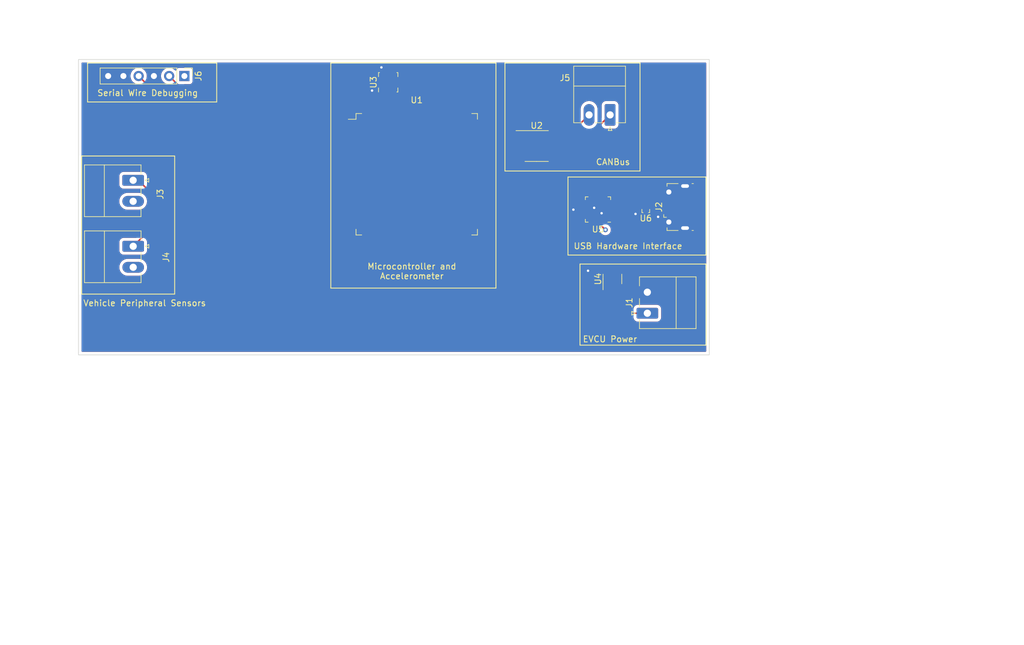
<source format=kicad_pcb>
(kicad_pcb (version 20211014) (generator pcbnew)
  (layers (0 "F.Cu" signal) (1 "In1.Cu" signal) (2 "In2.Cu" signal) (31 "B.Cu" signal) (34 "B.Paste" user) (35 "F.Paste" user) (36 "B.SilkS" user "B.Silkscreen") (37 "F.SilkS" user "F.Silkscreen") (38 "B.Mask" user) (39 "F.Mask" user) (44 "Edge.Cuts" user))
  (net 0 "")
  (net 1 "+12V")
  (net 2 "GND")
  (net 3 "+3V3")
  (net 5 "/TIRE")
  (net 7 "/BMS")
  (net 9 "/CANH")
  (net 10 "/CANL")
  (net 11 "/SWDIO")
  (net 12 "/SWCLK")
  (net 107 "Net-(U1-Pad100)")
  (net 108 "Net-(U1-Pad101)")
  (net 143 "Net-(U1-Pad136)")
  (net 144 "Net-(U1-Pad137)")
  (net 166 "Net-(U5-Pad4)")
  (net 183 "Net-(J2-Pad3)")
  (net 185 "Net-(U1-Pad76)")
  (footprint "Package_LGA:LGA-16_3x3mm_P0.5mm_LayoutBorder3x5y" (layer "F.Cu") (at 121.06 44.225 90)
    (fp_text reference "U3" (at 0 -2.45 90) (layer "F.SilkS"))
    (fp_text value "ICM-20602")
    (fp_line (start -0.935 1.61) (end -1.61 1.61) (layer "F.SilkS") (width 0.12))
    (fp_line (start 1.61 1.61) (end 1.61 1.435) (layer "F.SilkS") (width 0.12))
    (fp_line (start 0.935 1.61) (end 1.61 1.61) (layer "F.SilkS") (width 0.12))
    (fp_line (start -1.61 1.61) (end -1.61 1.435) (layer "F.SilkS") (width 0.12))
    (fp_line (start 1.61 -1.61) (end 1.61 -1.435) (layer "F.SilkS") (width 0.12))
    (fp_line (start -0.935 -1.61) (end -1.61 -1.61) (layer "F.SilkS") (width 0.12))
    (fp_line (start 0.935 -1.61) (end 1.61 -1.61) (layer "F.SilkS") (width 0.12))
    (pad "1" smd roundrect (at -1.225 -1 90) (size 0.55 0.35) (layers "F.Cu" "F.Paste" "F.Mask") (net 3 "+3V3"))
    (pad "2" smd roundrect (at -1.225 -0.5 90) (size 0.55 0.35) (layers "F.Cu" "F.Paste" "F.Mask") (net 144 "Net-(U1-Pad137)"))
    (pad "3" smd roundrect (at -1.225 0 90) (size 0.55 0.35) (layers "F.Cu" "F.Paste" "F.Mask") (net 143 "Net-(U1-Pad136)"))
    (pad "4" smd roundrect (at -1.225 0.5 90) (size 0.55 0.35) (layers "F.Cu" "F.Paste" "F.Mask"))
    (pad "5" smd roundrect (at -1.225 1 90) (size 0.55 0.35) (layers "F.Cu" "F.Paste" "F.Mask"))
    (pad "6" smd roundrect (at -0.5 1.225 90) (size 0.35 0.55) (layers "F.Cu" "F.Paste" "F.Mask"))
    (pad "7" smd roundrect (at 0 1.225 90) (size 0.35 0.55) (layers "F.Cu" "F.Paste" "F.Mask"))
    (pad "8" smd roundrect (at 0.5 1.225 90) (size 0.35 0.55) (layers "F.Cu" "F.Paste" "F.Mask"))
    (pad "9" smd roundrect (at 1.225 1 90) (size 0.55 0.35) (layers "F.Cu" "F.Paste" "F.Mask") (net 2 "GND"))
    (pad "10" smd roundrect (at 1.225 0.5 90) (size 0.55 0.35) (layers "F.Cu" "F.Paste" "F.Mask") (net 2 "GND"))
    (pad "11" smd roundrect (at 1.225 0 90) (size 0.55 0.35) (layers "F.Cu" "F.Paste" "F.Mask") (net 2 "GND"))
    (pad "12" smd roundrect (at 1.225 -0.5 90) (size 0.55 0.35) (layers "F.Cu" "F.Paste" "F.Mask") (net 2 "GND"))
    (pad "13" smd roundrect (at 1.225 -1 90) (size 0.55 0.35) (layers "F.Cu" "F.Paste" "F.Mask") (net 2 "GND"))
    (pad "14" smd roundrect (at 0.5 -1.225 90) (size 0.35 0.55) (layers "F.Cu" "F.Paste" "F.Mask"))
    (pad "15" smd roundrect (at 0 -1.225 90) (size 0.35 0.55) (layers "F.Cu" "F.Paste" "F.Mask") (net 2 "GND"))
    (pad "16" smd roundrect (at -0.5 -1.225 90) (size 0.35 0.55) (layers "F.Cu" "F.Paste" "F.Mask") (net 3 "+3V3"))
  )
  (footprint "Package_TO_SOT_SMD:Texas_DRT-3" (layer "F.Cu") (at 163.96 65.38 180)
    (fp_text reference "U6" (at 0 -1.5) (layer "F.SilkS"))
    (fp_text value "TPD2EUSB30A")
    (fp_line (start -0.65 0) (end -0.65 -0.55) (layer "F.SilkS") (width 0.12))
    (fp_line (start -0.65 -0.55) (end -0.45 -0.55) (layer "F.SilkS") (width 0.12))
    (fp_line (start 0.65 0) (end 0.65 -0.55) (layer "F.SilkS") (width 0.12))
    (fp_line (start 0.65 -0.55) (end 0.45 -0.55) (layer "F.SilkS") (width 0.12))
    (pad "1" smd rect (at -0.35 0.425 180) (size 0.3 0.3) (layers "F.Cu" "F.Paste" "F.Mask") (net 183 "Net-(J2-Pad3)"))
    (pad "2" smd rect (at 0.35 0.425 180) (size 0.3 0.3) (layers "F.Cu" "F.Paste" "F.Mask") (net 166 "Net-(U5-Pad4)"))
    (pad "3" smd rect (at 0 -0.425 180) (size 0.3 0.3) (layers "F.Cu" "F.Paste" "F.Mask") (net 2 "GND"))
  )
  (footprint "Connector_Phoenix_MC:PhoenixContact_MC_1,5_2-G-3.5_1x02_P3.50mm_Horizontal" (layer "F.Cu") (at 78.5825 60.545 -90)
    (fp_text reference "J3" (at 2.315 -4.5175 90) (layer "F.SilkS"))
    (fp_text value "Tire Sensor")
    (fp_line (start 6.06 -1.31) (end 4.55 -1.31) (layer "F.SilkS") (width 0.12))
    (fp_line (start -2.56 4.8) (end 6.06 4.8) (layer "F.SilkS") (width 0.12))
    (fp_line (start 6.06 8.11) (end 6.06 -1.31) (layer "F.SilkS") (width 0.12))
    (fp_line (start -2.56 -1.31) (end -2.56 8.11) (layer "F.SilkS") (width 0.12))
    (fp_line (start 0.3 -2.6) (end 0 -2) (layer "F.SilkS") (width 0.12))
    (fp_line (start -2.56 -1.31) (end -1.05 -1.31) (layer "F.SilkS") (width 0.12))
    (fp_line (start -0.3 -2.6) (end 0.3 -2.6) (layer "F.SilkS") (width 0.12))
    (fp_line (start 1.05 -1.31) (end 2.45 -1.31) (layer "F.SilkS") (width 0.12))
    (fp_line (start -2.56 8.11) (end 6.06 8.11) (layer "F.SilkS") (width 0.12))
    (fp_line (start 0 -2) (end -0.3 -2.6) (layer "F.SilkS") (width 0.12))
    (pad "1" thru_hole roundrect (at 0 0 270) (size 1.8 3.6) (drill 1.2) (layers *.Cu *.Mask) (roundrect_rratio 0.138889) (net 5 "/TIRE"))
    (pad "2" thru_hole oval (at 3.5 0 270) (size 1.8 3.6) (drill 1.2) (layers *.Cu *.Mask))
  )
  (footprint "Connector_Phoenix_MC:PhoenixContact_MC_1,5_2-G-3.5_1x02_P3.50mm_Horizontal" (layer "F.Cu") (at 78.5925 71.535 -90)
    (fp_text reference "J4" (at 1.825 -5.4775 90) (layer "F.SilkS"))
    (fp_text value "BMS Sensor")
    (fp_line (start 0 -2) (end -0.3 -2.6) (layer "F.SilkS") (width 0.12))
    (fp_line (start 1.05 -1.31) (end 2.45 -1.31) (layer "F.SilkS") (width 0.12))
    (fp_line (start 6.06 8.11) (end 6.06 -1.31) (layer "F.SilkS") (width 0.12))
    (fp_line (start -0.3 -2.6) (end 0.3 -2.6) (layer "F.SilkS") (width 0.12))
    (fp_line (start -2.56 -1.31) (end -2.56 8.11) (layer "F.SilkS") (width 0.12))
    (fp_line (start -2.56 8.11) (end 6.06 8.11) (layer "F.SilkS") (width 0.12))
    (fp_line (start -2.56 -1.31) (end -1.05 -1.31) (layer "F.SilkS") (width 0.12))
    (fp_line (start 6.06 -1.31) (end 4.55 -1.31) (layer "F.SilkS") (width 0.12))
    (fp_line (start -2.56 4.8) (end 6.06 4.8) (layer "F.SilkS") (width 0.12))
    (fp_line (start 0.3 -2.6) (end 0 -2) (layer "F.SilkS") (width 0.12))
    (pad "1" thru_hole roundrect (at 0 0 270) (size 1.8 3.6) (drill 1.2) (layers *.Cu *.Mask) (roundrect_rratio 0.138889) (net 7 "/BMS"))
    (pad "2" thru_hole oval (at 3.5 0 270) (size 1.8 3.6) (drill 1.2) (layers *.Cu *.Mask))
  )
  (footprint "Connector_Phoenix_MC:PhoenixContact_MC_1,5_2-G-3.5_1x02_P3.50mm_Horizontal" (layer "F.Cu") (at 164.2175 82.685 90)
    (fp_text reference "J1" (at 1.75 -3 90) (layer "F.SilkS"))
    (fp_text value "Power")
    (fp_line (start -2.56 -1.31) (end -2.56 8.11) (layer "F.SilkS") (width 0.12))
    (fp_line (start 1.05 -1.31) (end 2.45 -1.31) (layer "F.SilkS") (width 0.12))
    (fp_line (start -2.56 4.8) (end 6.06 4.8) (layer "F.SilkS") (width 0.12))
    (fp_line (start -2.56 -1.31) (end -1.05 -1.31) (layer "F.SilkS") (width 0.12))
    (fp_line (start -2.56 8.11) (end 6.06 8.11) (layer "F.SilkS") (width 0.12))
    (fp_line (start 6.06 -1.31) (end 4.55 -1.31) (layer "F.SilkS") (width 0.12))
    (fp_line (start 0.3 -2.6) (end 0 -2) (layer "F.SilkS") (width 0.12))
    (fp_line (start 0 -2) (end -0.3 -2.6) (layer "F.SilkS") (width 0.12))
    (fp_line (start -0.3 -2.6) (end 0.3 -2.6) (layer "F.SilkS") (width 0.12))
    (fp_line (start 6.06 8.11) (end 6.06 -1.31) (layer "F.SilkS") (width 0.12))
    (pad "1" thru_hole roundrect (at 0 0 90) (size 1.8 3.6) (drill 1.2) (layers *.Cu *.Mask) (roundrect_rratio 0.138889) (net 1 "+12V"))
    (pad "2" thru_hole oval (at 3.5 0 90) (size 1.8 3.6) (drill 1.2) (layers *.Cu *.Mask) (net 2 "GND"))
  )
  (footprint "Package_QFP:LQFP-144_20x20mm_P0.5mm" (layer "F.Cu") (at 125.81 59.54)
    (fp_text reference "U1" (at 0 -12.35) (layer "F.SilkS"))
    (fp_text value "STM32F765ZITx")
    (fp_line (start 10.11 10.11) (end 10.11 9.16) (layer "F.SilkS") (width 0.12))
    (fp_line (start -10.11 -9.16) (end -11.4 -9.16) (layer "F.SilkS") (width 0.12))
    (fp_line (start 10.11 -10.11) (end 10.11 -9.16) (layer "F.SilkS") (width 0.12))
    (fp_line (start 9.16 10.11) (end 10.11 10.11) (layer "F.SilkS") (width 0.12))
    (fp_line (start 9.16 -10.11) (end 10.11 -10.11) (layer "F.SilkS") (width 0.12))
    (fp_line (start -9.16 -10.11) (end -10.11 -10.11) (layer "F.SilkS") (width 0.12))
    (fp_line (start -10.11 -10.11) (end -10.11 -9.16) (layer "F.SilkS") (width 0.12))
    (fp_line (start -9.16 10.11) (end -10.11 10.11) (layer "F.SilkS") (width 0.12))
    (fp_line (start -10.11 10.11) (end -10.11 9.16) (layer "F.SilkS") (width 0.12))
    (pad "1" smd roundrect (at -10.6625 -8.75) (size 1.475 0.3) (layers "F.Cu" "F.Paste" "F.Mask"))
    (pad "2" smd roundrect (at -10.6625 -8.25) (size 1.475 0.3) (layers "F.Cu" "F.Paste" "F.Mask"))
    (pad "3" smd roundrect (at -10.6625 -7.75) (size 1.475 0.3) (layers "F.Cu" "F.Paste" "F.Mask"))
    (pad "4" smd roundrect (at -10.6625 -7.25) (size 1.475 0.3) (layers "F.Cu" "F.Paste" "F.Mask"))
    (pad "5" smd roundrect (at -10.6625 -6.75) (size 1.475 0.3) (layers "F.Cu" "F.Paste" "F.Mask"))
    (pad "6" smd roundrect (at -10.6625 -6.25) (size 1.475 0.3) (layers "F.Cu" "F.Paste" "F.Mask"))
    (pad "7" smd roundrect (at -10.6625 -5.75) (size 1.475 0.3) (layers "F.Cu" "F.Paste" "F.Mask"))
    (pad "8" smd roundrect (at -10.6625 -5.25) (size 1.475 0.3) (layers "F.Cu" "F.Paste" "F.Mask"))
    (pad "9" smd roundrect (at -10.6625 -4.75) (size 1.475 0.3) (layers "F.Cu" "F.Paste" "F.Mask"))
    (pad "10" smd roundrect (at -10.6625 -4.25) (size 1.475 0.3) (layers "F.Cu" "F.Paste" "F.Mask"))
    (pad "11" smd roundrect (at -10.6625 -3.75) (size 1.475 0.3) (layers "F.Cu" "F.Paste" "F.Mask"))
    (pad "12" smd roundrect (at -10.6625 -3.25) (size 1.475 0.3) (layers "F.Cu" "F.Paste" "F.Mask"))
    (pad "13" smd roundrect (at -10.6625 -2.75) (size 1.475 0.3) (layers "F.Cu" "F.Paste" "F.Mask"))
    (pad "14" smd roundrect (at -10.6625 -2.25) (size 1.475 0.3) (layers "F.Cu" "F.Paste" "F.Mask"))
    (pad "15" smd roundrect (at -10.6625 -1.75) (size 1.475 0.3) (layers "F.Cu" "F.Paste" "F.Mask"))
    (pad "16" smd roundrect (at -10.6625 -1.25) (size 1.475 0.3) (layers "F.Cu" "F.Paste" "F.Mask"))
    (pad "17" smd roundrect (at -10.6625 -0.75) (size 1.475 0.3) (layers "F.Cu" "F.Paste" "F.Mask"))
    (pad "18" smd roundrect (at -10.6625 -0.25) (size 1.475 0.3) (layers "F.Cu" "F.Paste" "F.Mask"))
    (pad "19" smd roundrect (at -10.6625 0.25) (size 1.475 0.3) (layers "F.Cu" "F.Paste" "F.Mask"))
    (pad "20" smd roundrect (at -10.6625 0.75) (size 1.475 0.3) (layers "F.Cu" "F.Paste" "F.Mask"))
    (pad "21" smd roundrect (at -10.6625 1.25) (size 1.475 0.3) (layers "F.Cu" "F.Paste" "F.Mask"))
    (pad "22" smd roundrect (at -10.6625 1.75) (size 1.475 0.3) (layers "F.Cu" "F.Paste" "F.Mask"))
    (pad "23" smd roundrect (at -10.6625 2.25) (size 1.475 0.3) (layers "F.Cu" "F.Paste" "F.Mask"))
    (pad "24" smd roundrect (at -10.6625 2.75) (size 1.475 0.3) (layers "F.Cu" "F.Paste" "F.Mask"))
    (pad "25" smd roundrect (at -10.6625 3.25) (size 1.475 0.3) (layers "F.Cu" "F.Paste" "F.Mask"))
    (pad "26" smd roundrect (at -10.6625 3.75) (size 1.475 0.3) (layers "F.Cu" "F.Paste" "F.Mask"))
    (pad "27" smd roundrect (at -10.6625 4.25) (size 1.475 0.3) (layers "F.Cu" "F.Paste" "F.Mask"))
    (pad "28" smd roundrect (at -10.6625 4.75) (size 1.475 0.3) (layers "F.Cu" "F.Paste" "F.Mask") (net 11 "/SWDIO"))
    (pad "29" smd roundrect (at -10.6625 5.25) (size 1.475 0.3) (layers "F.Cu" "F.Paste" "F.Mask") (net 12 "/SWCLK"))
    (pad "30" smd roundrect (at -10.6625 5.75) (size 1.475 0.3) (layers "F.Cu" "F.Paste" "F.Mask"))
    (pad "31" smd roundrect (at -10.6625 6.25) (size 1.475 0.3) (layers "F.Cu" "F.Paste" "F.Mask"))
    (pad "32" smd roundrect (at -10.6625 6.75) (size 1.475 0.3) (layers "F.Cu" "F.Paste" "F.Mask"))
    (pad "33" smd roundrect (at -10.6625 7.25) (size 1.475 0.3) (layers "F.Cu" "F.Paste" "F.Mask"))
    (pad "34" smd roundrect (at -10.6625 7.75) (size 1.475 0.3) (layers "F.Cu" "F.Paste" "F.Mask") (net 5 "/TIRE"))
    (pad "35" smd roundrect (at -10.6625 8.25) (size 1.475 0.3) (layers "F.Cu" "F.Paste" "F.Mask") (net 7 "/BMS"))
    (pad "36" smd roundrect (at -10.6625 8.75) (size 1.475 0.3) (layers "F.Cu" "F.Paste" "F.Mask"))
    (pad "37" smd roundrect (at -8.75 10.6625) (size 0.3 1.475) (layers "F.Cu" "F.Paste" "F.Mask"))
    (pad "38" smd roundrect (at -8.25 10.6625) (size 0.3 1.475) (layers "F.Cu" "F.Paste" "F.Mask"))
    (pad "39" smd roundrect (at -7.75 10.6625) (size 0.3 1.475) (layers "F.Cu" "F.Paste" "F.Mask"))
    (pad "40" smd roundrect (at -7.25 10.6625) (size 0.3 1.475) (layers "F.Cu" "F.Paste" "F.Mask"))
    (pad "41" smd roundrect (at -6.75 10.6625) (size 0.3 1.475) (layers "F.Cu" "F.Paste" "F.Mask"))
    (pad "42" smd roundrect (at -6.25 10.6625) (size 0.3 1.475) (layers "F.Cu" "F.Paste" "F.Mask"))
    (pad "43" smd roundrect (at -5.75 10.6625) (size 0.3 1.475) (layers "F.Cu" "F.Paste" "F.Mask"))
    (pad "44" smd roundrect (at -5.25 10.6625) (size 0.3 1.475) (layers "F.Cu" "F.Paste" "F.Mask"))
    (pad "45" smd roundrect (at -4.75 10.6625) (size 0.3 1.475) (layers "F.Cu" "F.Paste" "F.Mask"))
    (pad "46" smd roundrect (at -4.25 10.6625) (size 0.3 1.475) (layers "F.Cu" "F.Paste" "F.Mask"))
    (pad "47" smd roundrect (at -3.75 10.6625) (size 0.3 1.475) (layers "F.Cu" "F.Paste" "F.Mask"))
    (pad "48" smd roundrect (at -3.25 10.6625) (size 0.3 1.475) (layers "F.Cu" "F.Paste" "F.Mask"))
    (pad "49" smd roundrect (at -2.75 10.6625) (size 0.3 1.475) (layers "F.Cu" "F.Paste" "F.Mask"))
    (pad "50" smd roundrect (at -2.25 10.6625) (size 0.3 1.475) (layers "F.Cu" "F.Paste" "F.Mask"))
    (pad "51" smd roundrect (at -1.75 10.6625) (size 0.3 1.475) (layers "F.Cu" "F.Paste" "F.Mask"))
    (pad "52" smd roundrect (at -1.25 10.6625) (size 0.3 1.475) (layers "F.Cu" "F.Paste" "F.Mask"))
    (pad "53" smd roundrect (at -0.75 10.6625) (size 0.3 1.475) (layers "F.Cu" "F.Paste" "F.Mask"))
    (pad "54" smd roundrect (at -0.25 10.6625) (size 0.3 1.475) (layers "F.Cu" "F.Paste" "F.Mask"))
    (pad "55" smd roundrect (at 0.25 10.6625) (size 0.3 1.475) (layers "F.Cu" "F.Paste" "F.Mask"))
    (pad "56" smd roundrect (at 0.75 10.6625) (size 0.3 1.475) (layers "F.Cu" "F.Paste" "F.Mask"))
    (pad "57" smd roundrect (at 1.25 10.6625) (size 0.3 1.475) (layers "F.Cu" "F.Paste" "F.Mask"))
    (pad "58" smd roundrect (at 1.75 10.6625) (size 0.3 1.475) (layers "F.Cu" "F.Paste" "F.Mask"))
    (pad "59" smd roundrect (at 2.25 10.6625) (size 0.3 1.475) (layers "F.Cu" "F.Paste" "F.Mask"))
    (pad "60" smd roundrect (at 2.75 10.6625) (size 0.3 1.475) (layers "F.Cu" "F.Paste" "F.Mask"))
    (pad "61" smd roundrect (at 3.25 10.6625) (size 0.3 1.475) (layers "F.Cu" "F.Paste" "F.Mask"))
    (pad "62" smd roundrect (at 3.75 10.6625) (size 0.3 1.475) (layers "F.Cu" "F.Paste" "F.Mask"))
    (pad "63" smd roundrect (at 4.25 10.6625) (size 0.3 1.475) (layers "F.Cu" "F.Paste" "F.Mask"))
    (pad "64" smd roundrect (at 4.75 10.6625) (size 0.3 1.475) (layers "F.Cu" "F.Paste" "F.Mask"))
    (pad "65" smd roundrect (at 5.25 10.6625) (size 0.3 1.475) (layers "F.Cu" "F.Paste" "F.Mask"))
    (pad "66" smd roundrect (at 5.75 10.6625) (size 0.3 1.475) (layers "F.Cu" "F.Paste" "F.Mask"))
    (pad "67" smd roundrect (at 6.25 10.6625) (size 0.3 1.475) (layers "F.Cu" "F.Paste" "F.Mask"))
    (pad "68" smd roundrect (at 6.75 10.6625) (size 0.3 1.475) (layers "F.Cu" "F.Paste" "F.Mask"))
    (pad "69" smd roundrect (at 7.25 10.6625) (size 0.3 1.475) (layers "F.Cu" "F.Paste" "F.Mask"))
    (pad "70" smd roundrect (at 7.75 10.6625) (size 0.3 1.475) (layers "F.Cu" "F.Paste" "F.Mask"))
    (pad "71" smd roundrect (at 8.25 10.6625) (size 0.3 1.475) (layers "F.Cu" "F.Paste" "F.Mask"))
    (pad "72" smd roundrect (at 8.75 10.6625) (size 0.3 1.475) (layers "F.Cu" "F.Paste" "F.Mask"))
    (pad "73" smd roundrect (at 10.6625 8.75) (size 1.475 0.3) (layers "F.Cu" "F.Paste" "F.Mask"))
    (pad "74" smd roundrect (at 10.6625 8.25) (size 1.475 0.3) (layers "F.Cu" "F.Paste" "F.Mask"))
    (pad "75" smd roundrect (at 10.6625 7.75) (size 1.475 0.3) (layers "F.Cu" "F.Paste" "F.Mask"))
    (pad "76" smd roundrect (at 10.6625 7.25) (size 1.475 0.3) (layers "F.Cu" "F.Paste" "F.Mask") (net 185 "Net-(U1-Pad76)"))
    (pad "77" smd roundrect (at 10.6625 6.75) (size 1.475 0.3) (layers "F.Cu" "F.Paste" "F.Mask"))
    (pad "78" smd roundrect (at 10.6625 6.25) (size 1.475 0.3) (layers "F.Cu" "F.Paste" "F.Mask"))
    (pad "79" smd roundrect (at 10.6625 5.75) (size 1.475 0.3) (layers "F.Cu" "F.Paste" "F.Mask"))
    (pad "80" smd roundrect (at 10.6625 5.25) (size 1.475 0.3) (layers "F.Cu" "F.Paste" "F.Mask"))
    (pad "81" smd roundrect (at 10.6625 4.75) (size 1.475 0.3) (layers "F.Cu" "F.Paste" "F.Mask"))
    (pad "82" smd roundrect (at 10.6625 4.25) (size 1.475 0.3) (layers "F.Cu" "F.Paste" "F.Mask"))
    (pad "83" smd roundrect (at 10.6625 3.75) (size 1.475 0.3) (layers "F.Cu" "F.Paste" "F.Mask"))
    (pad "84" smd roundrect (at 10.6625 3.25) (size 1.475 0.3) (layers "F.Cu" "F.Paste" "F.Mask"))
    (pad "85" smd roundrect (at 10.6625 2.75) (size 1.475 0.3) (layers "F.Cu" "F.Paste" "F.Mask"))
    (pad "86" smd roundrect (at 10.6625 2.25) (size 1.475 0.3) (layers "F.Cu" "F.Paste" "F.Mask"))
    (pad "87" smd roundrect (at 10.6625 1.75) (size 1.475 0.3) (layers "F.Cu" "F.Paste" "F.Mask"))
    (pad "88" smd roundrect (at 10.6625 1.25) (size 1.475 0.3) (layers "F.Cu" "F.Paste" "F.Mask"))
    (pad "89" smd roundrect (at 10.6625 0.75) (size 1.475 0.3) (layers "F.Cu" "F.Paste" "F.Mask"))
    (pad "90" smd roundrect (at 10.6625 0.25) (size 1.475 0.3) (layers "F.Cu" "F.Paste" "F.Mask"))
    (pad "91" smd roundrect (at 10.6625 -0.25) (size 1.475 0.3) (layers "F.Cu" "F.Paste" "F.Mask"))
    (pad "92" smd roundrect (at 10.6625 -0.75) (size 1.475 0.3) (layers "F.Cu" "F.Paste" "F.Mask"))
    (pad "93" smd roundrect (at 10.6625 -1.25) (size 1.475 0.3) (layers "F.Cu" "F.Paste" "F.Mask"))
    (pad "94" smd roundrect (at 10.6625 -1.75) (size 1.475 0.3) (layers "F.Cu" "F.Paste" "F.Mask"))
    (pad "95" smd roundrect (at 10.6625 -2.25) (size 1.475 0.3) (layers "F.Cu" "F.Paste" "F.Mask"))
    (pad "96" smd roundrect (at 10.6625 -2.75) (size 1.475 0.3) (layers "F.Cu" "F.Paste" "F.Mask"))
    (pad "97" smd roundrect (at 10.6625 -3.25) (size 1.475 0.3) (layers "F.Cu" "F.Paste" "F.Mask"))
    (pad "98" smd roundrect (at 10.6625 -3.75) (size 1.475 0.3) (layers "F.Cu" "F.Paste" "F.Mask"))
    (pad "99" smd roundrect (at 10.6625 -4.25) (size 1.475 0.3) (layers "F.Cu" "F.Paste" "F.Mask"))
    (pad "100" smd roundrect (at 10.6625 -4.75) (size 1.475 0.3) (layers "F.Cu" "F.Paste" "F.Mask") (net 107 "Net-(U1-Pad100)"))
    (pad "101" smd roundrect (at 10.6625 -5.25) (size 1.475 0.3) (layers "F.Cu" "F.Paste" "F.Mask") (net 108 "Net-(U1-Pad101)"))
    (pad "102" smd roundrect (at 10.6625 -5.75) (size 1.475 0.3) (layers "F.Cu" "F.Paste" "F.Mask"))
    (pad "103" smd roundrect (at 10.6625 -6.25) (size 1.475 0.3) (layers "F.Cu" "F.Paste" "F.Mask"))
    (pad "104" smd roundrect (at 10.6625 -6.75) (size 1.475 0.3) (layers "F.Cu" "F.Paste" "F.Mask"))
    (pad "105" smd roundrect (at 10.6625 -7.25) (size 1.475 0.3) (layers "F.Cu" "F.Paste" "F.Mask"))
    (pad "106" smd roundrect (at 10.6625 -7.75) (size 1.475 0.3) (layers "F.Cu" "F.Paste" "F.Mask"))
    (pad "107" smd roundrect (at 10.6625 -8.25) (size 1.475 0.3) (layers "F.Cu" "F.Paste" "F.Mask"))
    (pad "108" smd roundrect (at 10.6625 -8.75) (size 1.475 0.3) (layers "F.Cu" "F.Paste" "F.Mask"))
    (pad "109" smd roundrect (at 8.75 -10.6625) (size 0.3 1.475) (layers "F.Cu" "F.Paste" "F.Mask"))
    (pad "110" smd roundrect (at 8.25 -10.6625) (size 0.3 1.475) (layers "F.Cu" "F.Paste" "F.Mask"))
    (pad "111" smd roundrect (at 7.75 -10.6625) (size 0.3 1.475) (layers "F.Cu" "F.Paste" "F.Mask"))
    (pad "112" smd roundrect (at 7.25 -10.6625) (size 0.3 1.475) (layers "F.Cu" "F.Paste" "F.Mask"))
    (pad "113" smd roundrect (at 6.75 -10.6625) (size 0.3 1.475) (layers "F.Cu" "F.Paste" "F.Mask"))
    (pad "114" smd roundrect (at 6.25 -10.6625) (size 0.3 1.475) (layers "F.Cu" "F.Paste" "F.Mask"))
    (pad "115" smd roundrect (at 5.75 -10.6625) (size 0.3 1.475) (layers "F.Cu" "F.Paste" "F.Mask"))
    (pad "116" smd roundrect (at 5.25 -10.6625) (size 0.3 1.475) (layers "F.Cu" "F.Paste" "F.Mask"))
    (pad "117" smd roundrect (at 4.75 -10.6625) (size 0.3 1.475) (layers "F.Cu" "F.Paste" "F.Mask"))
    (pad "118" smd roundrect (at 4.25 -10.6625) (size 0.3 1.475) (layers "F.Cu" "F.Paste" "F.Mask"))
    (pad "119" smd roundrect (at 3.75 -10.6625) (size 0.3 1.475) (layers "F.Cu" "F.Paste" "F.Mask"))
    (pad "120" smd roundrect (at 3.25 -10.6625) (size 0.3 1.475) (layers "F.Cu" "F.Paste" "F.Mask"))
    (pad "121" smd roundrect (at 2.75 -10.6625) (size 0.3 1.475) (layers "F.Cu" "F.Paste" "F.Mask"))
    (pad "122" smd roundrect (at 2.25 -10.6625) (size 0.3 1.475) (layers "F.Cu" "F.Paste" "F.Mask"))
    (pad "123" smd roundrect (at 1.75 -10.6625) (size 0.3 1.475) (layers "F.Cu" "F.Paste" "F.Mask"))
    (pad "124" smd roundrect (at 1.25 -10.6625) (size 0.3 1.475) (layers "F.Cu" "F.Paste" "F.Mask"))
    (pad "125" smd roundrect (at 0.75 -10.6625) (size 0.3 1.475) (layers "F.Cu" "F.Paste" "F.Mask"))
    (pad "126" smd roundrect (at 0.25 -10.6625) (size 0.3 1.475) (layers "F.Cu" "F.Paste" "F.Mask"))
    (pad "127" smd roundrect (at -0.25 -10.6625) (size 0.3 1.475) (layers "F.Cu" "F.Paste" "F.Mask"))
    (pad "128" smd roundrect (at -0.75 -10.6625) (size 0.3 1.475) (layers "F.Cu" "F.Paste" "F.Mask"))
    (pad "129" smd roundrect (at -1.25 -10.6625) (size 0.3 1.475) (layers "F.Cu" "F.Paste" "F.Mask"))
    (pad "130" smd roundrect (at -1.75 -10.6625) (size 0.3 1.475) (layers "F.Cu" "F.Paste" "F.Mask"))
    (pad "131" smd roundrect (at -2.25 -10.6625) (size 0.3 1.475) (layers "F.Cu" "F.Paste" "F.Mask"))
    (pad "132" smd roundrect (at -2.75 -10.6625) (size 0.3 1.475) (layers "F.Cu" "F.Paste" "F.Mask"))
    (pad "133" smd roundrect (at -3.25 -10.6625) (size 0.3 1.475) (layers "F.Cu" "F.Paste" "F.Mask"))
    (pad "134" smd roundrect (at -3.75 -10.6625) (size 0.3 1.475) (layers "F.Cu" "F.Paste" "F.Mask"))
    (pad "135" smd roundrect (at -4.25 -10.6625) (size 0.3 1.475) (layers "F.Cu" "F.Paste" "F.Mask"))
    (pad "136" smd roundrect (at -4.75 -10.6625) (size 0.3 1.475) (layers "F.Cu" "F.Paste" "F.Mask") (net 143 "Net-(U1-Pad136)"))
    (pad "137" smd roundrect (at -5.25 -10.6625) (size 0.3 1.475) (layers "F.Cu" "F.Paste" "F.Mask") (net 144 "Net-(U1-Pad137)"))
    (pad "138" smd roundrect (at -5.75 -10.6625) (size 0.3 1.475) (layers "F.Cu" "F.Paste" "F.Mask"))
    (pad "139" smd roundrect (at -6.25 -10.6625) (size 0.3 1.475) (layers "F.Cu" "F.Paste" "F.Mask"))
    (pad "140" smd roundrect (at -6.75 -10.6625) (size 0.3 1.475) (layers "F.Cu" "F.Paste" "F.Mask"))
    (pad "141" smd roundrect (at -7.25 -10.6625) (size 0.3 1.475) (layers "F.Cu" "F.Paste" "F.Mask"))
    (pad "142" smd roundrect (at -7.75 -10.6625) (size 0.3 1.475) (layers "F.Cu" "F.Paste" "F.Mask"))
    (pad "143" smd roundrect (at -8.25 -10.6625) (size 0.3 1.475) (layers "F.Cu" "F.Paste" "F.Mask"))
    (pad "144" smd roundrect (at -8.75 -10.6625) (size 0.3 1.475) (layers "F.Cu" "F.Paste" "F.Mask"))
  )
  (footprint "Connector_PinHeader_2.54mm:PinHeader_1x06_P2.54mm_Vertical" (layer "F.Cu") (at 87.12 43.18 -90)
    (fp_text reference "J6" (at 0 -2.33 90) (layer "F.SilkS"))
    (fp_text value "SWD ")
    (fp_line (start -1.33 14.03) (end 1.33 14.03) (layer "F.SilkS") (width 0.12))
    (fp_line (start -1.33 1.27) (end -1.33 14.03) (layer "F.SilkS") (width 0.12))
    (fp_line (start -1.33 0) (end -1.33 -1.33) (layer "F.SilkS") (width 0.12))
    (fp_line (start 1.33 1.27) (end 1.33 14.03) (layer "F.SilkS") (width 0.12))
    (fp_line (start -1.33 -1.33) (end 0 -1.33) (layer "F.SilkS") (width 0.12))
    (fp_line (start -1.33 1.27) (end 1.33 1.27) (layer "F.SilkS") (width 0.12))
    (pad "1" thru_hole rect (at 0 0 270) (size 1.7 1.7) (drill 1) (layers *.Cu *.Mask) (net 3 "+3V3"))
    (pad "2" thru_hole oval (at 0 2.54 270) (size 1.7 1.7) (drill 1) (layers *.Cu *.Mask) (net 11 "/SWDIO"))
    (pad "3" thru_hole oval (at 0 5.08 270) (size 1.7 1.7) (drill 1) (layers *.Cu *.Mask) (net 2 "GND"))
    (pad "4" thru_hole oval (at 0 7.62 270) (size 1.7 1.7) (drill 1) (layers *.Cu *.Mask) (net 12 "/SWCLK"))
    (pad "5" thru_hole oval (at 0 10.16 270) (size 1.7 1.7) (drill 1) (layers *.Cu *.Mask) (net 2 "GND"))
    (pad "6" thru_hole oval (at 0 12.7 270) (size 1.7 1.7) (drill 1) (layers *.Cu *.Mask) (net 2 "GND"))
  )
  (footprint "Package_DFN_QFN:QFN-24-1EP_4x4mm_P0.5mm_EP2.6x2.6mm" (layer "F.Cu") (at 156 65.41 180)
    (fp_text reference "U5" (at 0 -3.3) (layer "F.SilkS"))
    (fp_text value "USB3341")
    (fp_line (start 1.635 -2.11) (end 2.11 -2.11) (layer "F.SilkS") (width 0.12))
    (fp_line (start -1.635 2.11) (end -2.11 2.11) (layer "F.SilkS") (width 0.12))
    (fp_line (start -2.11 2.11) (end -2.11 1.635) (layer "F.SilkS") (width 0.12))
    (fp_line (start 1.635 2.11) (end 2.11 2.11) (layer "F.SilkS") (width 0.12))
    (fp_line (start -1.635 -2.11) (end -2.11 -2.11) (layer "F.SilkS") (width 0.12))
    (fp_line (start 2.11 -2.11) (end 2.11 -1.635) (layer "F.SilkS") (width 0.12))
    (fp_line (start 2.11 2.11) (end 2.11 1.635) (layer "F.SilkS") (width 0.12))
    (pad "1" smd roundrect (at -1.9375 -1.25 180) (size 0.825 0.25) (layers "F.Cu" "F.Paste" "F.Mask"))
    (pad "2" smd roundrect (at -1.9375 -0.75 180) (size 0.825 0.25) (layers "F.Cu" "F.Paste" "F.Mask"))
    (pad "3" smd roundrect (at -1.9375 -0.25 180) (size 0.825 0.25) (layers "F.Cu" "F.Paste" "F.Mask"))
    (pad "4" smd roundrect (at -1.9375 0.25 180) (size 0.825 0.25) (layers "F.Cu" "F.Paste" "F.Mask") (net 166 "Net-(U5-Pad4)"))
    (pad "5" smd roundrect (at -1.9375 0.75 180) (size 0.825 0.25) (layers "F.Cu" "F.Paste" "F.Mask"))
    (pad "6" smd roundrect (at -1.9375 1.25 180) (size 0.825 0.25) (layers "F.Cu" "F.Paste" "F.Mask"))
    (pad "7" smd roundrect (at -1.25 1.9375 180) (size 0.25 0.825) (layers "F.Cu" "F.Paste" "F.Mask"))
    (pad "8" smd roundrect (at -0.75 1.9375 180) (size 0.25 0.825) (layers "F.Cu" "F.Paste" "F.Mask"))
    (pad "9" smd roundrect (at -0.25 1.9375 180) (size 0.25 0.825) (layers "F.Cu" "F.Paste" "F.Mask"))
    (pad "10" smd roundrect (at 0.25 1.9375 180) (size 0.25 0.825) (layers "F.Cu" "F.Paste" "F.Mask"))
    (pad "11" smd roundrect (at 0.75 1.9375 180) (size 0.25 0.825) (layers "F.Cu" "F.Paste" "F.Mask"))
    (pad "12" smd roundrect (at 1.25 1.9375 180) (size 0.25 0.825) (layers "F.Cu" "F.Paste" "F.Mask"))
    (pad "13" smd roundrect (at 1.9375 1.25 180) (size 0.825 0.25) (layers "F.Cu" "F.Paste" "F.Mask"))
    (pad "14" smd roundrect (at 1.9375 0.75 180) (size 0.825 0.25) (layers "F.Cu" "F.Paste" "F.Mask"))
    (pad "15" smd roundrect (at 1.9375 0.25 180) (size 0.825 0.25) (layers "F.Cu" "F.Paste" "F.Mask") (net 3 "+3V3"))
    (pad "16" smd roundrect (at 1.9375 -0.25 180) (size 0.825 0.25) (layers "F.Cu" "F.Paste" "F.Mask") (net 3 "+3V3"))
    (pad "17" smd roundrect (at 1.9375 -0.75 180) (size 0.825 0.25) (layers "F.Cu" "F.Paste" "F.Mask"))
    (pad "18" smd roundrect (at 1.9375 -1.25 180) (size 0.825 0.25) (layers "F.Cu" "F.Paste" "F.Mask") (net 185 "Net-(U1-Pad76)"))
    (pad "19" smd roundrect (at 1.25 -1.9375 180) (size 0.25 0.825) (layers "F.Cu" "F.Paste" "F.Mask"))
    (pad "20" smd roundrect (at 0.75 -1.9375 180) (size 0.25 0.825) (layers "F.Cu" "F.Paste" "F.Mask"))
    (pad "21" smd roundrect (at 0.25 -1.9375 180) (size 0.25 0.825) (layers "F.Cu" "F.Paste" "F.Mask"))
    (pad "22" smd roundrect (at -0.25 -1.9375 180) (size 0.25 0.825) (layers "F.Cu" "F.Paste" "F.Mask") (net 3 "+3V3"))
    (pad "23" smd roundrect (at -0.75 -1.9375 180) (size 0.25 0.825) (layers "F.Cu" "F.Paste" "F.Mask"))
    (pad "24" smd roundrect (at -1.25 -1.9375 180) (size 0.25 0.825) (layers "F.Cu" "F.Paste" "F.Mask"))
    (pad "25" smd rect (at 0 0 180) (size 2.6 2.6) (layers "F.Cu" "F.Mask") (net 2 "GND"))
  )
  (footprint "Package_TO_SOT_SMD:SOT-23-5" (layer "F.Cu") (at 158.4 76.98 90)
    (fp_text reference "U4" (at 0 -2.4 90) (layer "F.SilkS"))
    (fp_text value "LP5907MFX-3.3")
    (fp_line (start 0 -1.56) (end 0.8 -1.56) (layer "F.SilkS") (width 0.12))
    (fp_line (start 0 1.56) (end -0.8 1.56) (layer "F.SilkS") (width 0.12))
    (fp_line (start 0 -1.56) (end -1.8 -1.56) (layer "F.SilkS") (width 0.12))
    (fp_line (start 0 1.56) (end 0.8 1.56) (layer "F.SilkS") (width 0.12))
    (pad "1" smd roundrect (at -1.1375 -0.95 90) (size 1.325 0.6) (layers "F.Cu" "F.Paste" "F.Mask") (net 1 "+12V"))
    (pad "2" smd roundrect (at -1.1375 0 90) (size 1.325 0.6) (layers "F.Cu" "F.Paste" "F.Mask") (net 2 "GND"))
    (pad "3" smd roundrect (at -1.1375 0.95 90) (size 1.325 0.6) (layers "F.Cu" "F.Paste" "F.Mask"))
    (pad "4" smd roundrect (at 1.1375 0.95 90) (size 1.325 0.6) (layers "F.Cu" "F.Paste" "F.Mask"))
    (pad "5" smd roundrect (at 1.1375 -0.95 90) (size 1.325 0.6) (layers "F.Cu" "F.Paste" "F.Mask") (net 3 "+3V3"))
  )
  (footprint "Connector_Phoenix_MC:PhoenixContact_MC_1,5_2-G-3.5_1x02_P3.50mm_Horizontal" (layer "F.Cu") (at 158.015 49.6525 180)
    (fp_text reference "J5" (at 7.515 6.1525) (layer "F.SilkS"))
    (fp_text value "CAN Connector")
    (fp_line (start -2.56 4.8) (end 6.06 4.8) (layer "F.SilkS") (width 0.12))
    (fp_line (start -2.56 -1.31) (end -1.05 -1.31) (layer "F.SilkS") (width 0.12))
    (fp_line (start 6.06 -1.31) (end 4.55 -1.31) (layer "F.SilkS") (width 0.12))
    (fp_line (start -2.56 -1.31) (end -2.56 8.11) (layer "F.SilkS") (width 0.12))
    (fp_line (start 0.3 -2.6) (end 0 -2) (layer "F.SilkS") (width 0.12))
    (fp_line (start 0 -2) (end -0.3 -2.6) (layer "F.SilkS") (width 0.12))
    (fp_line (start -2.56 8.11) (end 6.06 8.11) (layer "F.SilkS") (width 0.12))
    (fp_line (start 1.05 -1.31) (end 2.45 -1.31) (layer "F.SilkS") (width 0.12))
    (fp_line (start 6.06 8.11) (end 6.06 -1.31) (layer "F.SilkS") (width 0.12))
    (fp_line (start -0.3 -2.6) (end 0.3 -2.6) (layer "F.SilkS") (width 0.12))
    (pad "1" thru_hole roundrect (at 0 0 180) (size 1.8 3.6) (drill 1.2) (layers *.Cu *.Mask) (roundrect_rratio 0.138889) (net 10 "/CANL"))
    (pad "2" thru_hole oval (at 3.5 0 180) (size 1.8 3.6) (drill 1.2) (layers *.Cu *.Mask) (net 9 "/CANH"))
  )
  (footprint "Connector_USB:USB_Micro-B_Molex-105017-0001" (layer "F.Cu") (at 169.26 65 90)
    (fp_text reference "J2" (at 0 -3.1125 90) (layer "F.SilkS"))
    (fp_text value "USB_B_Micro")
    (fp_line (start 3.9 0.0875) (end 3.9 -1.7625) (layer "F.SilkS") (width 0.12))
    (fp_line (start -3.9 0.0875) (end -3.9 -1.7625) (layer "F.SilkS") (width 0.12))
    (fp_line (start 3.9 2.6375) (end 3.9 2.3875) (layer "F.SilkS") (width 0.12))
    (fp_line (start -3.9 2.6375) (end -3.9 2.3875) (layer "F.SilkS") (width 0.12))
    (fp_line (start -1.7 -2.3125) (end -1.25 -2.3125) (layer "F.SilkS") (width 0.12))
    (fp_line (start 3.9 -1.7625) (end 3.45 -1.7625) (layer "F.SilkS") (width 0.12))
    (fp_line (start -1.7 -2.3125) (end -1.7 -1.8625) (layer "F.SilkS") (width 0.12))
    (fp_line (start -3.9 -1.7625) (end -3.45 -1.7625) (layer "F.SilkS") (width 0.12))
    (pad "1" smd rect (at -1.3 -1.4625 90) (size 0.4 1.35) (layers "F.Cu" "F.Paste" "F.Mask") (net 3 "+3V3"))
    (pad "2" smd rect (at -0.65 -1.4625 90) (size 0.4 1.35) (layers "F.Cu" "F.Paste" "F.Mask"))
    (pad "3" smd rect (at 0 -1.4625 90) (size 0.4 1.35) (layers "F.Cu" "F.Paste" "F.Mask") (net 183 "Net-(J2-Pad3)"))
    (pad "4" smd rect (at 0.65 -1.4625 90) (size 0.4 1.35) (layers "F.Cu" "F.Paste" "F.Mask"))
    (pad "5" smd rect (at 1.3 -1.4625 90) (size 0.4 1.35) (layers "F.Cu" "F.Paste" "F.Mask") (net 2 "GND"))
    (pad "6" thru_hole circle (at -2.5 -1.4625 90) (size 1.45 1.45) (drill 0.85) (layers *.Cu *.Mask) (net 2 "GND"))
    (pad "6" smd rect (at 2.9 1.2375 90) (size 1.2 1.9) (layers "F.Cu" "F.Mask") (net 2 "GND"))
    (pad "6" thru_hole oval (at 3.5 1.2375 90) (size 1.2 1.9) (drill oval 0.6 1.3) (layers *.Cu *.Mask) (net 2 "GND"))
    (pad "6" smd rect (at -1 1.2375 90) (size 1.5 1.9) (layers "F.Cu" "F.Paste" "F.Mask") (net 2 "GND"))
    (pad "6" smd rect (at -2.9 1.2375 90) (size 1.2 1.9) (layers "F.Cu" "F.Mask") (net 2 "GND"))
    (pad "6" smd rect (at 1 1.2375 90) (size 1.5 1.9) (layers "F.Cu" "F.Paste" "F.Mask") (net 2 "GND"))
    (pad "6" thru_hole oval (at -3.5 1.2375 270) (size 1.2 1.9) (drill oval 0.6 1.3) (layers *.Cu *.Mask) (net 2 "GND"))
    (pad "6" thru_hole circle (at 2.5 -1.4625 90) (size 1.45 1.45) (drill 0.85) (layers *.Cu *.Mask) (net 2 "GND"))
  )
  (footprint "Package_SO:SOIC-8_3.9x4.9mm_P1.27mm" (layer "F.Cu") (at 145.79 54.84)
    (fp_text reference "U2" (at 0 -3.4) (layer "F.SilkS"))
    (fp_text value "SN65HVD255D")
    (fp_line (start 0 2.56) (end -1.95 2.56) (layer "F.SilkS") (width 0.12))
    (fp_line (start 0 2.56) (end 1.95 2.56) (layer "F.SilkS") (width 0.12))
    (fp_line (start 0 -2.56) (end -3.45 -2.56) (layer "F.SilkS") (width 0.12))
    (fp_line (start 0 -2.56) (end 1.95 -2.56) (layer "F.SilkS") (width 0.12))
    (pad "1" smd roundrect (at -2.475 -1.905) (size 1.95 0.6) (layers "F.Cu" "F.Paste" "F.Mask") (net 108 "Net-(U1-Pad101)"))
    (pad "2" smd roundrect (at -2.475 -0.635) (size 1.95 0.6) (layers "F.Cu" "F.Paste" "F.Mask"))
    (pad "3" smd roundrect (at -2.475 0.635) (size 1.95 0.6) (layers "F.Cu" "F.Paste" "F.Mask"))
    (pad "4" smd roundrect (at -2.475 1.905) (size 1.95 0.6) (layers "F.Cu" "F.Paste" "F.Mask") (net 107 "Net-(U1-Pad100)"))
    (pad "5" smd roundrect (at 2.475 1.905) (size 1.95 0.6) (layers "F.Cu" "F.Paste" "F.Mask"))
    (pad "6" smd roundrect (at 2.475 0.635) (size 1.95 0.6) (layers "F.Cu" "F.Paste" "F.Mask") (net 10 "/CANL"))
    (pad "7" smd roundrect (at 2.475 -0.635) (size 1.95 0.6) (layers "F.Cu" "F.Paste" "F.Mask") (net 9 "/CANH"))
    (pad "8" smd roundrect (at 2.475 -1.905) (size 1.95 0.6) (layers "F.Cu" "F.Paste" "F.Mask"))
  )
  (gr_line (start 70 57) (end 70 79.5) (layer "F.SilkS") (width 0.15))
  (gr_line (start 111.5 41) (end 139 41) (layer "F.SilkS") (width 0.15))
  (gr_line (start 151 73) (end 151 60) (layer "F.SilkS") (width 0.15))
  (gr_line (start 174 75) (end 174 74.5) (layer "F.SilkS") (width 0.15))
  (gr_line (start 174 74.5) (end 153 74.5) (layer "F.SilkS") (width 0.15))
  (gr_line (start 140.5 41) (end 140.5 59) (layer "F.SilkS") (width 0.15))
  (gr_line (start 70 56.5) (end 70 57) (layer "F.SilkS") (width 0.15))
  (gr_line (start 151 60) (end 174 60) (layer "F.SilkS") (width 0.15))
  (gr_line (start 153 88) (end 174 88) (layer "F.SilkS") (width 0.15))
  (gr_line (start 163 41) (end 140.5 41) (layer "F.SilkS") (width 0.15))
  (gr_line (start 174 60) (end 174 73) (layer "F.SilkS") (width 0.15))
  (gr_line (start 92.5 41) (end 92.5 47.5) (layer "F.SilkS") (width 0.15))
  (gr_line (start 92.5 47.5) (end 71 47.5) (layer "F.SilkS") (width 0.15))
  (gr_line (start 163 59) (end 163 41) (layer "F.SilkS") (width 0.15))
  (gr_line (start 85.5 56.5) (end 70 56.5) (layer "F.SilkS") (width 0.15))
  (gr_line (start 139 41) (end 139 78.5) (layer "F.SilkS") (width 0.15))
  (gr_line (start 70 79.5) (end 85.5 79.5) (layer "F.SilkS") (width 0.15))
  (gr_line (start 174 73) (end 151 73) (layer "F.SilkS") (width 0.15))
  (gr_line (start 85.5 79.5) (end 85.5 56.5) (layer "F.SilkS") (width 0.15))
  (gr_line (start 71 41) (end 92.5 41) (layer "F.SilkS") (width 0.15))
  (gr_line (start 140.5 59) (end 163 59) (layer "F.SilkS") (width 0.15))
  (gr_line (start 153 74.5) (end 153 88) (layer "F.SilkS") (width 0.15))
  (gr_line (start 111.5 78.5) (end 111.5 41) (layer "F.SilkS") (width 0.15))
  (gr_line (start 71 47.5) (end 71 41) (layer "F.SilkS") (width 0.15))
  (gr_line (start 174 88) (end 174 75) (layer "F.SilkS") (width 0.15))
  (gr_line (start 139 78.5) (end 111.5 78.5) (layer "F.SilkS") (width 0.15))
  (gr_rect (start 69.48 40.43) (end 174.53 89.62) (layer "Edge.Cuts") (width 0.1) (fill none))
  (gr_text "USB Hardware Interface" (at 161 71.5) (layer "F.SilkS") (effects (font (size 1 1))))
  (gr_text "CANBus" (at 158.5 57.5) (layer "F.SilkS") (effects (font (size 1 1))))
  (gr_text "EVCU Power\n" (at 158 87) (layer "F.SilkS") (effects (font (size 1 1))))
  (gr_text "Vehicle Peripheral Sensors" (at 80.5 81) (layer "F.SilkS") (effects (font (size 1 1))))
  (gr_text "Serial Wire Debugging" (at 81 46) (layer "F.SilkS") (effects (font (size 1 1))))
  (gr_text "Microcontroller and\nAccelerometer\n\n" (at 125 76.5) (layer "F.SilkS") (effects (font (size 1 1))))
  (segment (start 164.2175 82.685) (end 158.015 82.685) (width 0.25) (layer "F.Cu") (net 1))
  (segment (start 157.45 82.12) (end 157.45 78.1175) (width 0.25) (layer "F.Cu") (net 1))
  (segment (start 158.015 82.685) (end 157.45 82.12) (width 0.25) (layer "F.Cu") (net 1))
  (segment (start 121.06 43) (end 120.56 43) (width 0.25) (layer "F.Cu") (net 2))
  (segment (start 120.06 41.875) (end 119.93 41.745) (width 0.25) (layer "F.Cu") (net 2))
  (segment (start 121.06 43.965) (end 121.06 43) (width 0.25) (layer "F.Cu") (net 2))
  (segment (start 120.06 43) (end 120.06 41.875) (width 0.25) (layer "F.Cu") (net 2))
  (segment (start 121.06 43) (end 121.56 43) (width 0.25) (layer "F.Cu") (net 2))
  (segment (start 120.8 44.225) (end 121.06 43.965) (width 0.25) (layer "F.Cu") (net 2))
  (segment (start 163.96 65.805) (end 162.595 65.805) (width 0.25) (layer "F.Cu") (net 2))
  (segment (start 122.06 43) (end 121.56 43) (width 0.25) (layer "F.Cu") (net 2))
  (segment (start 162.595 65.805) (end 162.25 66.15) (width 0.25) (layer "F.Cu") (net 2))
  (segment (start 119.835 44.225) (end 120.8 44.225) (width 0.25) (layer "F.Cu") (net 2))
  (via (at 155.36 65.13) (size 0.8) (drill 0.4) (layers "F.Cu" "B.Cu") (net 2))
  (via (at 119.93 41.745) (size 0.8) (drill 0.4) (layers "F.Cu" "B.Cu") (net 2))
  (via (at 156.6 66.03) (size 0.8) (drill 0.4) (layers "F.Cu" "B.Cu") (net 2))
  (via (at 162.25 66.15) (size 0.8) (drill 0.4) (layers "F.Cu" "B.Cu") (net 2))
  (segment (start 167.7975 66.3) (end 166.34 66.3) (width 0.25) (layer "F.Cu") (net 3))
  (segment (start 156.25 67.81) (end 157.23 68.79) (width 0.25) (layer "F.Cu") (net 3))
  (segment (start 120.06 44.95) (end 119.835 44.725) (width 0.25) (layer "F.Cu") (net 3))
  (segment (start 120.06 45.45) (end 120.06 44.95) (width 0.25) (layer "F.Cu") (net 3))
  (segment (start 120.06 45.45) (end 118.525 45.45) (width 0.25) (layer "F.Cu") (net 3))
  (segment (start 154.5725 75.8425) (end 154.34 75.61) (width 0.25) (layer "F.Cu") (net 3))
  (segment (start 154.0625 65.16) (end 154.0625 65.66) (width 0.25) (layer "F.Cu") (net 3))
  (segment (start 154.0625 65.66) (end 152.12 65.66) (width 0.25) (layer "F.Cu") (net 3))
  (segment (start 152.12 65.66) (end 151.9 65.44) (width 0.25) (layer "F.Cu") (net 3))
  (segment (start 118.525 45.45) (end 118.37 45.605) (width 0.25) (layer "F.Cu") (net 3))
  (segment (start 156.25 67.3475) (end 156.25 67.81) (width 0.25) (layer "F.Cu") (net 3))
  (segment (start 166.34 66.3) (end 166.01 66.63) (width 0.25) (layer "F.Cu") (net 3))
  (segment (start 157.45 75.8425) (end 154.5725 75.8425) (width 0.25) (layer "F.Cu") (net 3))
  (via (at 157.23 68.79) (size 0.8) (drill 0.4) (layers "F.Cu" "B.Cu") (net 3))
  (via blind (at 154.34 75.61) (size 0.8) (drill 0.4) (layers "F.Cu" "In1.Cu") (net 3))
  (via blind (at 118.37 45.605) (size 0.8) (drill 0.4) (layers "F.Cu" "In1.Cu") (net 3))
  (via blind (at 166.01 66.63) (size 0.8) (drill 0.4) (layers "F.Cu" "In1.Cu") (net 3))
  (via blind (at 151.9 65.44) (size 0.8) (drill 0.4) (layers "F.Cu" "In1.Cu") (net 3))
  (segment (start 86.2075 67.29) (end 79.4625 60.545) (width 0.25) (layer "F.Cu") (net 5))
  (segment (start 79.4625 60.545) (end 78.5825 60.545) (width 0.25) (layer "F.Cu") (net 5))
  (segment (start 115.1475 67.29) (end 86.2075 67.29) (width 0.25) (layer "F.Cu") (net 5))
  (segment (start 78.5925 71.535) (end 82.3375 67.79) (width 0.25) (layer "F.Cu") (net 7))
  (segment (start 82.3375 67.79) (end 115.1475 67.79) (width 0.25) (layer "F.Cu") (net 7))
  (segment (start 149.9625 54.205) (end 154.515 49.6525) (width 0.25) (layer "F.Cu") (net 9))
  (segment (start 148.265 54.205) (end 149.9625 54.205) (width 0.25) (layer "F.Cu") (net 9))
  (segment (start 152.1925 55.475) (end 158.015 49.6525) (width 0.25) (layer "F.Cu") (net 10))
  (segment (start 148.265 55.475) (end 152.1925 55.475) (width 0.25) (layer "F.Cu") (net 10))
  (segment (start 105.69 64.29) (end 84.58 43.18) (width 0.25) (layer "F.Cu") (net 11))
  (segment (start 115.1475 64.29) (end 105.69 64.29) (width 0.25) (layer "F.Cu") (net 11))
  (segment (start 115.1475 64.79) (end 101.11 64.79) (width 0.25) (layer "F.Cu") (net 12))
  (segment (start 101.11 64.79) (end 79.5 43.18) (width 0.25) (layer "F.Cu") (net 12))
  (segment (start 141.845 56.745) (end 143.315 56.745) (width 0.25) (layer "F.Cu") (net 107))
  (segment (start 136.4725 54.79) (end 139.89 54.79) (width 0.25) (layer "F.Cu") (net 107))
  (segment (start 139.89 54.79) (end 141.845 56.745) (width 0.25) (layer "F.Cu") (net 107))
  (segment (start 139.91 54.29) (end 141.265 52.935) (width 0.25) (layer "F.Cu") (net 108))
  (segment (start 141.265 52.935) (end 143.315 52.935) (width 0.25) (layer "F.Cu") (net 108))
  (segment (start 136.4725 54.29) (end 139.91 54.29) (width 0.25) (layer "F.Cu") (net 108))
  (segment (start 121.06 45.45) (end 121.06 48.8775) (width 0.25) (layer "F.Cu") (net 143))
  (segment (start 120.56 48.8775) (end 120.56 45.45) (width 0.25) (layer "F.Cu") (net 144))
  (segment (start 163.405 65.16) (end 157.9375 65.16) (width 0.25) (layer "F.Cu") (net 166))
  (segment (start 163.61 64.955) (end 163.405 65.16) (width 0.25) (layer "F.Cu") (net 166))
  (segment (start 167.7975 65) (end 164.355 65) (width 0.25) (layer "F.Cu") (net 183))
  (segment (start 164.355 65) (end 164.31 64.955) (width 0.25) (layer "F.Cu") (net 183))
  (segment (start 136.4725 66.79) (end 151.7425 66.79) (width 0.25) (layer "F.Cu") (net 185))
  (segment (start 153.9325 66.79) (end 154.0625 66.66) (width 0.25) (layer "F.Cu") (net 185))
  (segment (start 151.75 66.79) (end 153.9325 66.79) (width 0.25) (layer "F.Cu") (net 185))
  (zone (net 2) (net_name "GND") (layer "F.Cu") (priority 1) (connect_pads yes (clearance 0.508)) (min_thickness 0.254) (fill yes (thermal_gap 0.508) (thermal_bridge_width 0.508))
    (polygon (pts (xy 208.11 126.52) (xy 66.35 126.64) (xy 66.35 38.39) (xy 207.39 37.3)))
  )
  (zone (net 2) (net_name "GND") (layer "B.Cu") (priority 1) (connect_pads yes (clearance 0.508)) (min_thickness 0.254) (fill yes (thermal_gap 0.508) (thermal_bridge_width 0.508))
    (polygon (pts (xy 226.95 137.97) (xy 56.89 137.97) (xy 56.41 31.71) (xy 225.1 30.52)))
  )
)
</source>
